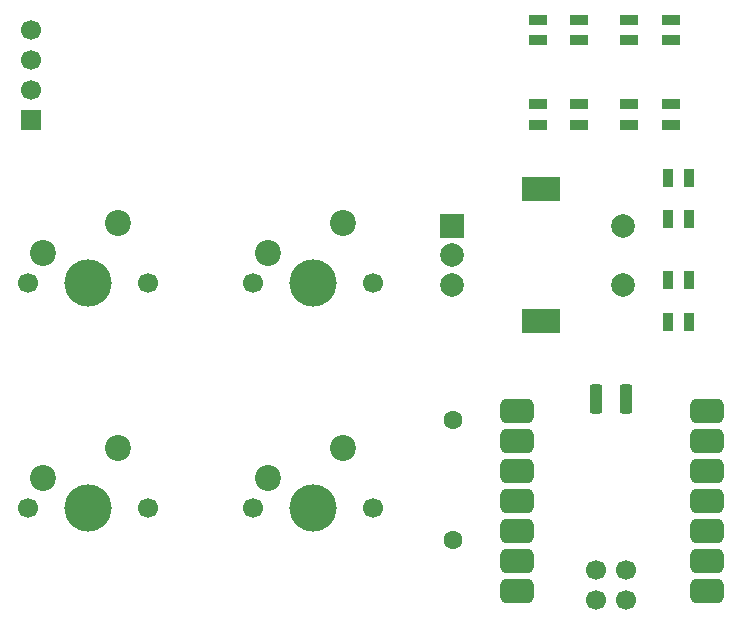
<source format=gts>
%TF.GenerationSoftware,KiCad,Pcbnew,9.0.6*%
%TF.CreationDate,2026-02-14T19:53:56+05:30*%
%TF.ProjectId,Juny co2 Hackpad,4a756e79-2063-46f3-9220-4861636b7061,rev?*%
%TF.SameCoordinates,Original*%
%TF.FileFunction,Soldermask,Top*%
%TF.FilePolarity,Negative*%
%FSLAX46Y46*%
G04 Gerber Fmt 4.6, Leading zero omitted, Abs format (unit mm)*
G04 Created by KiCad (PCBNEW 9.0.6) date 2026-02-14 19:53:56*
%MOMM*%
%LPD*%
G01*
G04 APERTURE LIST*
G04 Aperture macros list*
%AMRoundRect*
0 Rectangle with rounded corners*
0 $1 Rounding radius*
0 $2 $3 $4 $5 $6 $7 $8 $9 X,Y pos of 4 corners*
0 Add a 4 corners polygon primitive as box body*
4,1,4,$2,$3,$4,$5,$6,$7,$8,$9,$2,$3,0*
0 Add four circle primitives for the rounded corners*
1,1,$1+$1,$2,$3*
1,1,$1+$1,$4,$5*
1,1,$1+$1,$6,$7*
1,1,$1+$1,$8,$9*
0 Add four rect primitives between the rounded corners*
20,1,$1+$1,$2,$3,$4,$5,0*
20,1,$1+$1,$4,$5,$6,$7,0*
20,1,$1+$1,$6,$7,$8,$9,0*
20,1,$1+$1,$8,$9,$2,$3,0*%
G04 Aperture macros list end*
%ADD10R,1.700000X1.700000*%
%ADD11C,1.700000*%
%ADD12C,4.000000*%
%ADD13C,2.200000*%
%ADD14R,1.600000X0.850000*%
%ADD15C,1.600000*%
%ADD16R,2.000000X2.000000*%
%ADD17C,2.000000*%
%ADD18R,3.200000X2.000000*%
%ADD19R,0.850000X1.600000*%
%ADD20RoundRect,0.525400X0.900400X0.525400X-0.900400X0.525400X-0.900400X-0.525400X0.900400X-0.525400X0*%
%ADD21RoundRect,0.275000X0.275000X-0.975000X0.275000X0.975000X-0.275000X0.975000X-0.275000X-0.975000X0*%
G04 APERTURE END LIST*
D10*
%TO.C,J1*%
X80486250Y-92710000D03*
D11*
X80486250Y-90170000D03*
X80486250Y-87630000D03*
X80486250Y-85090000D03*
%TD*%
%TO.C,SW1*%
X80168750Y-106521250D03*
D12*
X85248750Y-106521250D03*
D11*
X90328750Y-106521250D03*
D13*
X87788750Y-101441250D03*
X81438750Y-103981250D03*
%TD*%
D11*
%TO.C,SW4*%
X99218750Y-106521250D03*
D12*
X104298750Y-106521250D03*
D11*
X109378750Y-106521250D03*
D13*
X106838750Y-101441250D03*
X100488750Y-103981250D03*
%TD*%
D14*
%TO.C,D3*%
X131120000Y-84215000D03*
X131120000Y-85965000D03*
X134620000Y-85965000D03*
X134620000Y-84215000D03*
%TD*%
%TO.C,D9*%
X123345000Y-91358750D03*
X123345000Y-93108750D03*
X126845000Y-93108750D03*
X126845000Y-91358750D03*
%TD*%
D11*
%TO.C,SW6*%
X80168750Y-125571250D03*
D12*
X85248750Y-125571250D03*
D11*
X90328750Y-125571250D03*
D13*
X87788750Y-120491250D03*
X81438750Y-123031250D03*
%TD*%
D15*
%TO.C,R1*%
X116205000Y-128270000D03*
X116205000Y-118110000D03*
%TD*%
D16*
%TO.C,SW10*%
X116098750Y-101640000D03*
D17*
X116098750Y-106640000D03*
X116098750Y-104140000D03*
D18*
X123598750Y-98540000D03*
X123598750Y-109740000D03*
D17*
X130598750Y-106640000D03*
X130598750Y-101640000D03*
%TD*%
D19*
%TO.C,D4*%
X134380000Y-109777500D03*
X136130000Y-109777500D03*
X136130000Y-106277500D03*
X134380000Y-106277500D03*
%TD*%
D20*
%TO.C,U1*%
X137722000Y-132592000D03*
X137722000Y-130052000D03*
X137722000Y-127512000D03*
X137722000Y-124972000D03*
X137722000Y-122432000D03*
X137722000Y-119892000D03*
X137722000Y-117352000D03*
X121557000Y-117352000D03*
X121557000Y-119892000D03*
X121557000Y-122432000D03*
X121557000Y-124972000D03*
X121557000Y-127512000D03*
X121557000Y-130052000D03*
X121557000Y-132592000D03*
D21*
X130810000Y-116332000D03*
X128270000Y-116332000D03*
D11*
X130810000Y-133350000D03*
X128270000Y-133350000D03*
X130810000Y-130810000D03*
X128270000Y-130810000D03*
%TD*%
D14*
%TO.C,D8*%
X123345000Y-84215000D03*
X123345000Y-85965000D03*
X126845000Y-85965000D03*
X126845000Y-84215000D03*
%TD*%
%TO.C,D5*%
X131120000Y-91358750D03*
X131120000Y-93108750D03*
X134620000Y-93108750D03*
X134620000Y-91358750D03*
%TD*%
D11*
%TO.C,SW5*%
X99218750Y-125571250D03*
D12*
X104298750Y-125571250D03*
D11*
X109378750Y-125571250D03*
D13*
X106838750Y-120491250D03*
X100488750Y-123031250D03*
%TD*%
D19*
%TO.C,D2*%
X134380000Y-101127500D03*
X136130000Y-101127500D03*
X136130000Y-97627500D03*
X134380000Y-97627500D03*
%TD*%
M02*

</source>
